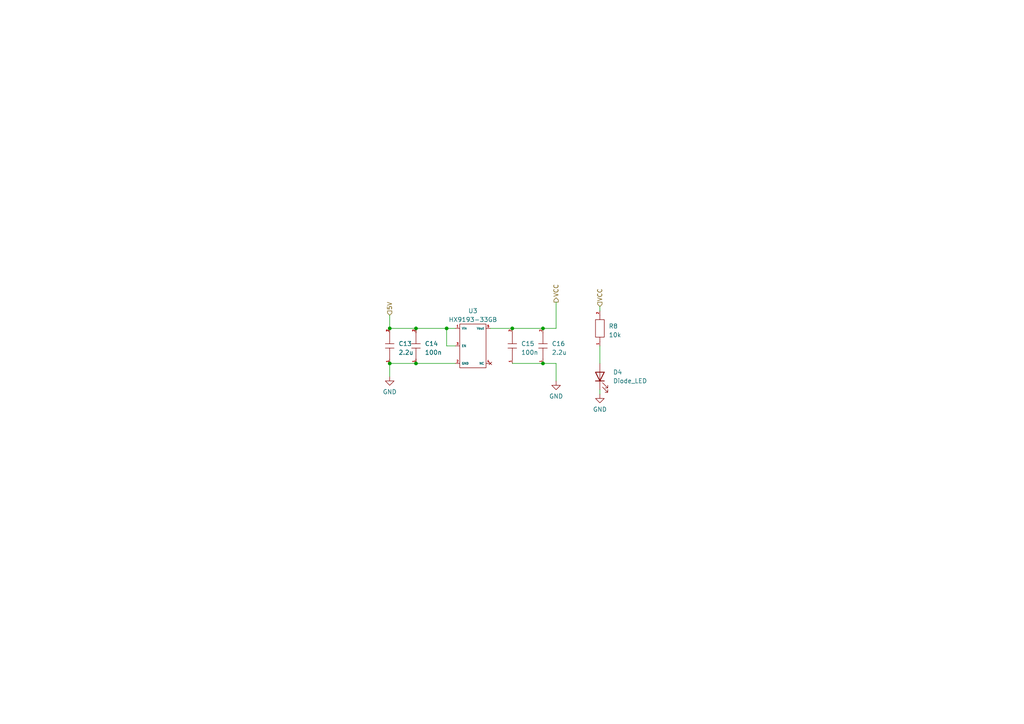
<source format=kicad_sch>
(kicad_sch (version 20230121) (generator eeschema)
  (paper "A4")
  (lib_symbols
    (symbol "001_Basic_PassiveComponents:001_Resistor" (pin_names (offset 1.016))
      (property "Reference" "R" (at -4.445 -2.54 0))
      (property "Value" "001_Resistor" (at 0 2.54 0))
      (symbol "001_Resistor_0_1"
        (rectangle (start -2.54 1.27) (end 2.54 -1.27))
        (polyline (pts (xy -3.81 0) (xy -2.54 0)))
        (polyline (pts (xy 2.54 0) (xy 3.81 0)))
      )
      (symbol "001_Resistor_1_1"
        (pin passive line (at -5.08 0 0) (length 1.27) (name "~") (number "1"))
        (pin passive line (at 5.08 0 180) (length 1.27) (name "~") (number "2"))
      )
    )
    (symbol "001_Basic_PassiveComponents:101_Capacitor" (pin_names (offset 1.016))
      (property "Reference" "C" (at -4.445 -2.54 0))
      (property "Value" "101_Capacitor" (at 0 2.54 0))
      (symbol "101_Capacitor_0_1"
        (polyline (pts (xy -3.81 0) (xy -0.635 0)))
        (polyline (pts (xy -0.635 1.27) (xy -0.635 -1.27)))
        (polyline (pts (xy 0.635 0) (xy 3.81 0)))
        (polyline (pts (xy 0.635 1.27) (xy 0.635 -1.27)))
      )
      (symbol "101_Capacitor_1_1"
        (pin passive line (at -5.08 0 0) (length 1.27) (name "~") (number "1"))
        (pin passive line (at 5.08 0 180) (length 1.27) (name "~") (number "2"))
      )
    )
    (symbol "203_Power_LDO:HX9193-33GB-N"
      (property "Reference" "U" (at -2.54 -7.62 0))
      (property "Value" "HX9193-33GB-N" (at 0 7.62 0))
      (symbol "HX9193-33GB-N_0_1"
        (rectangle (start -3.81 6.35) (end 3.81 -6.35))
      )
      (symbol "HX9193-33GB-N_1_1"
        (pin power_in line (at -5.08 5.08 0) (length 1.27) (name "Vin") (number "1"))
        (pin power_in line (at -5.08 -5.08 0) (length 1.27) (name "GND") (number "2"))
        (pin input line (at -5.08 0 0) (length 1.27) (name "EN") (number "3"))
        (pin no_connect line (at 5.08 -5.08 180) (length 1.27) (name "NC") (number "4"))
        (pin power_out line (at 5.08 5.08 180) (length 1.27) (name "Vout") (number "5"))
      )
    )
    (symbol "Device:LED" (pin_numbers hide) (pin_names (offset 1.016) hide)
      (property "Reference" "D" (at 0 2.54 0))
      (property "Value" "LED" (at 0 -2.54 0))
      (symbol "LED_0_1"
        (polyline (pts (xy -1.27 -1.27) (xy -1.27 1.27)) (stroke (width 0.254)))
        (polyline (pts (xy -1.27 0) (xy 1.27 0)))
        (polyline (pts (xy 1.27 -1.27) (xy 1.27 1.27) (xy -1.27 0) (xy 1.27 -1.27)) (stroke (width 0.254)))
        (polyline (pts (xy -3.048 -0.762) (xy -4.572 -2.286) (xy -3.81 -2.286) (xy -4.572 -2.286) (xy -4.572 -1.524)))
        (polyline (pts (xy -1.778 -0.762) (xy -3.302 -2.286) (xy -2.54 -2.286) (xy -3.302 -2.286) (xy -3.302 -1.524)))
      )
      (symbol "LED_1_1"
        (pin passive line (at -3.81 0 0) (length 2.54) (name "K") (number "1"))
        (pin passive line (at 3.81 0 180) (length 2.54) (name "A") (number "2"))
      )
    )
    (symbol "power:GND" (power) (pin_names (offset 0))
      (property "Value" "GND" (at 0 -3.81 0))
      (symbol "GND_0_1"
        (polyline (pts (xy 0 0) (xy 0 -1.27) (xy 1.27 -1.27) (xy 0 -2.54) (xy -1.27 -1.27) (xy 0 -1.27)))
      )
      (symbol "GND_1_1"
        (pin power_in line (at 0 0 270) (length 0) hide (name "GND") (number "1"))
      )
    )
  )
  (junction (at 157.48 105.41))
  (junction (at 148.59 95.25))
  (junction (at 120.65 95.25))
  (junction (at 120.65 105.41))
  (junction (at 157.48 95.25))
  (junction (at 113.03 105.41))
  (junction (at 113.03 95.25))
  (junction (at 129.54 95.25))
  (wire (pts (xy 173.99 100.33) (xy 173.99 105.41)))
  (wire (pts (xy 142.24 95.25) (xy 148.59 95.25)))
  (wire (pts (xy 161.29 87.63) (xy 161.29 95.25)))
  (wire (pts (xy 132.08 105.41) (xy 120.65 105.41)))
  (wire (pts (xy 113.03 91.44) (xy 113.03 95.25)))
  (wire (pts (xy 120.65 95.25) (xy 129.54 95.25)))
  (wire (pts (xy 132.08 100.33) (xy 129.54 100.33)))
  (wire (pts (xy 161.29 105.41) (xy 161.29 110.49)))
  (wire (pts (xy 157.48 95.25) (xy 161.29 95.25)))
  (wire (pts (xy 173.99 88.9) (xy 173.99 90.17)))
  (wire (pts (xy 173.99 113.03) (xy 173.99 114.3)))
  (wire (pts (xy 148.59 105.41) (xy 157.48 105.41)))
  (wire (pts (xy 157.48 105.41) (xy 161.29 105.41)))
  (wire (pts (xy 148.59 95.25) (xy 157.48 95.25)))
  (wire (pts (xy 129.54 95.25) (xy 132.08 95.25)))
  (wire (pts (xy 113.03 95.25) (xy 120.65 95.25)))
  (wire (pts (xy 113.03 105.41) (xy 113.03 109.22)))
  (wire (pts (xy 129.54 95.25) (xy 129.54 100.33)))
  (wire (pts (xy 120.65 105.41) (xy 113.03 105.41)))
  (hierarchical_label "5V" (shape input) (at 113.03 91.44 90))
  (hierarchical_label "VCC" (shape output) (at 161.29 87.63 90))
  (hierarchical_label "VCC" (shape input) (at 173.99 88.9 90))
  (symbol (lib_id "Device:LED") (at 173.99 109.22 90) (unit 1)
    (property "Reference" "D4" (at 177.8 107.9499 90) (effects (justify right)))
    (property "Value" "Diode_LED" (at 177.8 110.4899 90) (effects (justify right)))
    (property "Footprint" "LED_SMD:LED_0603_1608Metric" (effects hide))
  )
  (symbol (lib_id "001_Basic_PassiveComponents:101_Capacitor") (at 113.03 100.33 90) (unit 1)
    (property "Reference" "C13" (at 115.57 99.695 90) (effects (justify right)))
    (property "Value" "2.2u" (at 115.57 102.235 90) (effects (justify right)))
    (property "Footprint" "PCM_001_GN_RCL_SMD:C0603(1608M)" (effects hide))
    (property "Symbol type" "Alternate Source" (effects hide))
  )
  (symbol (lib_id "001_Basic_PassiveComponents:101_Capacitor") (at 148.59 100.33 90) (unit 1)
    (property "Reference" "C15" (at 151.13 99.695 90) (effects (justify right)))
    (property "Value" "100n" (at 151.13 102.235 90) (effects (justify right)))
    (property "Footprint" "PCM_001_GN_RCL_SMD:C0603(1608M)" (effects hide))
    (property "Symbol type" "Alternate Source" (effects hide))
  )
  (symbol (lib_id "power:GND") (at 113.03 109.22 0) (unit 1)
    (property "Reference" "#PWR023" (effects hide))
    (property "Value" "GND" (at 113.03 113.665 0))
  )
  (symbol (lib_id "001_Basic_PassiveComponents:001_Resistor") (at 173.99 95.25 90) (unit 1)
    (property "Reference" "R8" (at 176.53 94.615 90) (effects (justify right)))
    (property "Value" "10k" (at 176.53 97.155 90) (effects (justify right)))
    (property "Footprint" "PCM_001_GN_RCL_SMD:R0603(1608M)" (effects hide))
    (property "Symbol type" "Alternate Source" (effects hide))
  )
  (symbol (lib_id "203_Power_LDO:HX9193-33GB-N") (at 137.16 100.33 0) (unit 1)
    (property "Reference" "U3" (at 137.16 90.17 0))
    (property "Value" "HX9193-33GB" (at 137.16 92.71 0))
    (property "Footprint" "PCM_003_GN_SMALL-SEMI_SMD:SOT-23-5" (effects hide))
    (property "Symbol type" "Specified Device" (effects hide))
  )
  (symbol (lib_id "001_Basic_PassiveComponents:101_Capacitor") (at 157.48 100.33 90) (unit 1)
    (property "Reference" "C16" (at 160.02 99.695 90) (effects (justify right)))
    (property "Value" "2.2u" (at 160.02 102.235 90) (effects (justify right)))
    (property "Footprint" "PCM_001_GN_RCL_SMD:C0603(1608M)" (effects hide))
    (property "Symbol type" "Alternate Source" (effects hide))
  )
  (symbol (lib_id "001_Basic_PassiveComponents:101_Capacitor") (at 120.65 100.33 90) (unit 1)
    (property "Reference" "C14" (at 123.19 99.695 90) (effects (justify right)))
    (property "Value" "100n" (at 123.19 102.235 90) (effects (justify right)))
    (property "Footprint" "PCM_001_GN_RCL_SMD:C0603(1608M)" (effects hide))
    (property "Symbol type" "Alternate Source" (effects hide))
  )
  (symbol (lib_id "power:GND") (at 173.99 114.3 0) (unit 1)
    (property "Reference" "#PWR027" (effects hide))
    (property "Value" "GND" (at 173.99 118.745 0))
  )
  (symbol (lib_id "power:GND") (at 161.29 110.49 0) (unit 1)
    (property "Reference" "#PWR025" (effects hide))
    (property "Value" "GND" (at 161.29 114.935 0))
  )
)
</source>
